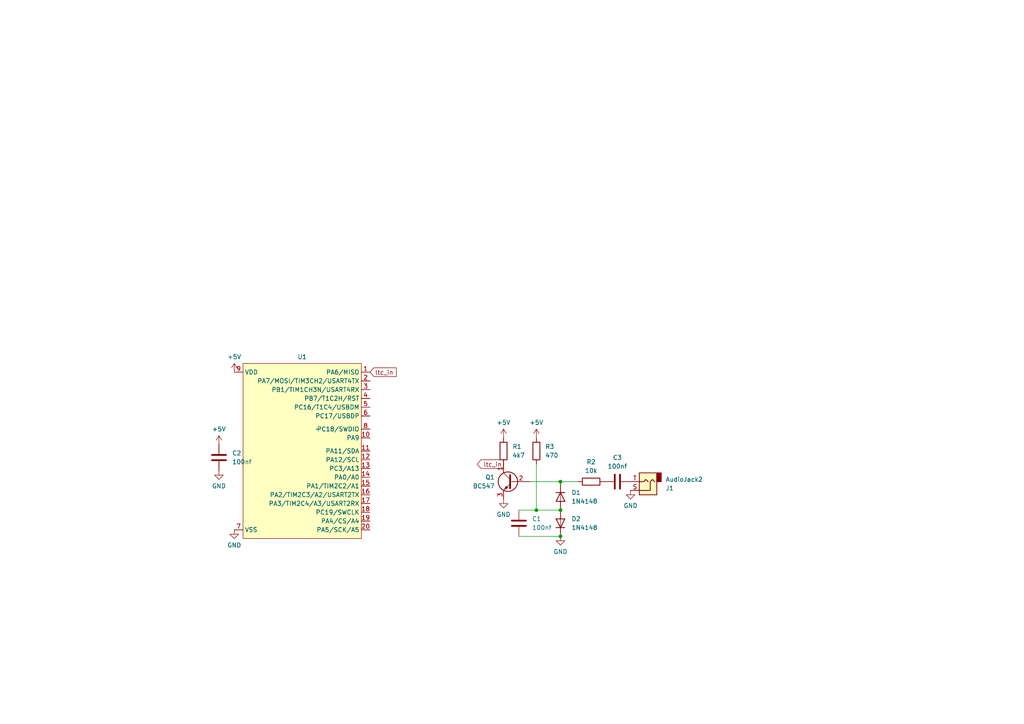
<source format=kicad_sch>
(kicad_sch (version 20230121) (generator eeschema)
  (paper "A4")
  (lib_symbols
    (symbol "CH32X03*:CH32X033F8P6"
      (property "Reference" "U" (at 0 -1.27 0))
      (symbol "CH32X033F8P6_1_1"
        (rectangle (start -15.24 21.59) (end 19.05 -29.21) (fill (type background)))
        (pin bidirectional line (at 21.59 19.05 180) (length 2.54) (name "PA6/MISO") (number "1"))
        (pin bidirectional line (at 21.59 0 180) (length 2.54) (name "PA9") (number "10"))
        (pin bidirectional line (at 21.59 -3.81 180) (length 2.54) (name "PA11/SDA") (number "11"))
        (pin bidirectional line (at 21.59 -6.35 180) (length 2.54) (name "PA12/SCL") (number "12"))
        (pin bidirectional line (at 21.59 -8.89 180) (length 2.54) (name "PC3/A13") (number "13"))
        (pin bidirectional line (at 21.59 -11.43 180) (length 2.54) (name "PA0/A0") (number "14"))
        (pin bidirectional line (at 21.59 -13.97 180) (length 2.54) (name "PA1/TIM2C2/A1") (number "15"))
        (pin bidirectional line (at 21.59 -16.51 180) (length 2.54) (name "PA2/TIM2C3/A2/USART2TX") (number "16"))
        (pin bidirectional line (at 21.59 -19.05 180) (length 2.54) (name "PA3/TIM2C4/A3/USART2RX") (number "17"))
        (pin bidirectional line (at 21.59 -21.59 180) (length 2.54) (name "PC19/SWCLK") (number "18"))
        (pin bidirectional line (at 21.59 -24.13 180) (length 2.54) (name "PA4/CS/A4") (number "19"))
        (pin bidirectional line (at 21.59 16.51 180) (length 2.54) (name "PA7/MOSI/TIM3CH2/USART4TX") (number "2"))
        (pin bidirectional line (at 21.59 -26.67 180) (length 2.54) (name "PA5/SCK/A5") (number "20"))
        (pin bidirectional line (at 21.59 13.97 180) (length 2.54) (name "PB1/TIM1CH3N/USART4RX") (number "3"))
        (pin bidirectional line (at 21.59 11.43 180) (length 2.54) (name "PB7/T1C2H/RST") (number "4"))
        (pin bidirectional line (at 21.59 8.89 180) (length 2.54) (name "PC16/T1C4/USBDM") (number "5"))
        (pin bidirectional line (at 21.59 6.35 180) (length 2.54) (name "PC17/USBDP") (number "6"))
        (pin power_in line (at -17.78 -26.67 0) (length 2.54) (name "VSS") (number "7"))
        (pin bidirectional line (at 21.59 2.54 180) (length 2.54) (name "PC18/SWDIO") (number "8"))
        (pin power_in line (at -17.78 19.05 0) (length 2.54) (name "VDD") (number "9"))
      )
    )
    (symbol "Connector_Audio:AudioJack2"
      (property "Reference" "J" (at 0 8.89 0))
      (property "Value" "AudioJack2" (at 0 6.35 0))
      (symbol "AudioJack2_0_1"
        (rectangle (start -3.81 0) (end -2.54 -2.54) (stroke (width 0.254)) (fill (type outline)))
        (rectangle (start -2.54 3.81) (end 2.54 -2.54) (stroke (width 0.254)) (fill (type background)))
        (polyline (pts (xy 0 0) (xy 0.635 -0.635) (xy 1.27 0) (xy 2.54 0)) (stroke (width 0.254)))
        (polyline (pts (xy 2.54 2.54) (xy -0.635 2.54) (xy -0.635 0) (xy -1.27 -0.635) (xy -1.905 0)) (stroke (width 0.254)))
      )
      (symbol "AudioJack2_1_1"
        (pin passive line (at 5.08 2.54 180) (length 2.54) (name "~") (number "S"))
        (pin passive line (at 5.08 0 180) (length 2.54) (name "~") (number "T"))
      )
    )
    (symbol "Device:C" (pin_numbers hide) (pin_names (offset 0.254))
      (property "Reference" "C" (at 0.635 2.54 0))
      (property "Value" "C" (at 0.635 -2.54 0))
      (symbol "C_0_1"
        (polyline (pts (xy -2.032 -0.762) (xy 2.032 -0.762)) (stroke (width 0.508)))
        (polyline (pts (xy -2.032 0.762) (xy 2.032 0.762)) (stroke (width 0.508)))
      )
      (symbol "C_1_1"
        (pin passive line (at 0 3.81 270) (length 2.794) (name "~") (number "1"))
        (pin passive line (at 0 -3.81 90) (length 2.794) (name "~") (number "2"))
      )
    )
    (symbol "Device:R" (pin_numbers hide) (pin_names (offset 0))
      (property "Reference" "R" (at 2.032 0 90))
      (property "Value" "R" (at 0 0 90))
      (symbol "R_0_1"
        (rectangle (start -1.016 -2.54) (end 1.016 2.54) (stroke (width 0.254)))
      )
      (symbol "R_1_1"
        (pin passive line (at 0 3.81 270) (length 1.27) (name "~") (number "1"))
        (pin passive line (at 0 -3.81 90) (length 1.27) (name "~") (number "2"))
      )
    )
    (symbol "Diode:1N4148" (pin_numbers hide) (pin_names hide)
      (property "Reference" "D" (at 0 2.54 0))
      (property "Value" "1N4148" (at 0 -2.54 0))
      (symbol "1N4148_0_1"
        (polyline (pts (xy -1.27 1.27) (xy -1.27 -1.27)) (stroke (width 0.254)))
        (polyline (pts (xy 1.27 0) (xy -1.27 0)))
        (polyline (pts (xy 1.27 1.27) (xy 1.27 -1.27) (xy -1.27 0) (xy 1.27 1.27)) (stroke (width 0.254)))
      )
      (symbol "1N4148_1_1"
        (pin passive line (at -3.81 0 0) (length 2.54) (name "K") (number "1"))
        (pin passive line (at 3.81 0 180) (length 2.54) (name "A") (number "2"))
      )
    )
    (symbol "Transistor_BJT:BC547" (pin_names (offset 0) hide)
      (property "Reference" "Q" (at 5.08 1.905 0))
      (property "Value" "BC547" (at 5.08 0 0))
      (symbol "BC547_0_1"
        (polyline (pts (xy 0 0) (xy 0.635 0)))
        (polyline (pts (xy 0.635 0.635) (xy 2.54 2.54)))
        (polyline (pts (xy 0.635 -0.635) (xy 2.54 -2.54) (xy 2.54 -2.54)))
        (polyline (pts (xy 0.635 1.905) (xy 0.635 -1.905) (xy 0.635 -1.905)) (stroke (width 0.508)))
        (polyline (pts (xy 1.27 -1.778) (xy 1.778 -1.27) (xy 2.286 -2.286) (xy 1.27 -1.778) (xy 1.27 -1.778)) (fill (type outline)))
        (circle (center 1.27 0) (radius 2.8194) (stroke (width 0.254)))
      )
      (symbol "BC547_1_1"
        (pin passive line (at 2.54 5.08 270) (length 2.54) (name "C") (number "1"))
        (pin input line (at -5.08 0 0) (length 5.08) (name "B") (number "2"))
        (pin passive line (at 2.54 -5.08 90) (length 2.54) (name "E") (number "3"))
      )
    )
    (symbol "power:+5V" (power) (pin_names (offset 0))
      (property "Value" "+5V" (at 0 3.556 0))
      (symbol "+5V_0_1"
        (polyline (pts (xy -0.762 1.27) (xy 0 2.54)))
        (polyline (pts (xy 0 0) (xy 0 2.54)))
        (polyline (pts (xy 0 2.54) (xy 0.762 1.27)))
      )
      (symbol "+5V_1_1"
        (pin power_in line (at 0 0 90) (length 0) hide (name "+5V") (number "1"))
      )
    )
    (symbol "power:GND" (power) (pin_names (offset 0))
      (property "Value" "GND" (at 0 -3.81 0))
      (symbol "GND_0_1"
        (polyline (pts (xy 0 0) (xy 0 -1.27) (xy 1.27 -1.27) (xy 0 -2.54) (xy -1.27 -1.27) (xy 0 -1.27)))
      )
      (symbol "GND_1_1"
        (pin power_in line (at 0 0 270) (length 0) hide (name "GND") (number "1"))
      )
    )
  )
  (junction (at 162.56 155.575))
  (junction (at 162.56 139.7))
  (junction (at 155.575 147.955))
  (junction (at 162.56 147.955))
  (wire (pts (xy 150.495 155.575) (xy 162.56 155.575)))
  (wire (pts (xy 155.575 147.955) (xy 162.56 147.955)))
  (wire (pts (xy 162.56 139.7) (xy 162.56 140.335)))
  (wire (pts (xy 155.575 134.62) (xy 155.575 147.955)))
  (wire (pts (xy 150.495 147.955) (xy 155.575 147.955)))
  (wire (pts (xy 153.67 139.7) (xy 162.56 139.7)))
  (wire (pts (xy 162.56 139.7) (xy 167.64 139.7)))
  (global_label "ltc_in" (shape input) (at 107.315 107.95 0) (property "Intersheetrefs" "${INTERSHEET_REFS}" (effects hide)))
  (global_label "ltc_in" (shape output) (at 146.05 134.62 180) (property "Intersheetrefs" "${INTERSHEET_REFS}" (effects hide)))
  (symbol (lib_id "CH32X03*:CH32X033F8P6") (at 85.725 127 0) (unit 1)
    (property "Reference" "U1" (at 87.63 103.505 0))
    (property "Value" "~" (at 92.075 124.46 0))
  )
  (symbol (lib_id "Device:C") (at 150.495 151.765 0) (unit 1)
    (property "Reference" "C1" (at 154.305 150.495 0) (effects (justify left)))
    (property "Value" "100nf" (at 154.305 153.035 0) (effects (justify left)))
  )
  (symbol (lib_id "Device:C") (at 63.5 132.715 0) (unit 1)
    (property "Reference" "C2" (at 67.31 131.445 0) (effects (justify left)))
    (property "Value" "100nf" (at 67.31 133.985 0) (effects (justify left)))
  )
  (symbol (lib_id "Diode:1N4148") (at 162.56 151.765 90) (unit 1)
    (property "Reference" "D2" (at 165.735 150.495 90) (effects (justify right)))
    (property "Value" "1N4148" (at 165.735 153.035 90) (effects (justify right)))
    (property "Footprint" "Diode_THT:D_DO-35_SOD27_P7.62mm_Horizontal" (effects hide))
    (property "Datasheet" "https://assets.nexperia.com/documents/data-sheet/1N4148_1N4448.pdf" (effects hide))
    (property "Sim.Device" "D" (effects hide))
    (property "Sim.Pins" "1=K 2=A" (effects hide))
  )
  (symbol (lib_id "Connector_Audio:AudioJack2") (at 187.96 139.7 180) (unit 1)
    (property "Reference" "J1" (at 193.04 141.605 0) (effects (justify right)))
    (property "Value" "AudioJack2" (at 193.04 139.065 0) (effects (justify right)))
  )
  (symbol (lib_id "power:GND") (at 67.945 153.67 0) (unit 1)
    (property "Reference" "#PWR01" (effects hide))
    (property "Value" "GND" (at 67.945 158.115 0))
  )
  (symbol (lib_id "power:GND") (at 162.56 155.575 0) (unit 1)
    (property "Reference" "#PWR07" (effects hide))
    (property "Value" "GND" (at 162.56 160.02 0))
  )
  (symbol (lib_id "power:+5V") (at 67.945 107.95 0) (unit 1)
    (property "Reference" "#PWR02" (effects hide))
    (property "Value" "+5V" (at 67.945 103.505 0))
  )
  (symbol (lib_id "power:+5V") (at 155.575 127 0) (unit 1)
    (property "Reference" "#PWR09" (effects hide))
    (property "Value" "+5V" (at 155.575 122.555 0))
  )
  (symbol (lib_id "Device:R") (at 155.575 130.81 0) (unit 1)
    (property "Reference" "R3" (at 158.115 129.54 0) (effects (justify left)))
    (property "Value" "470" (at 158.115 132.08 0) (effects (justify left)))
  )
  (symbol (lib_id "power:+5V") (at 146.05 127 0) (unit 1)
    (property "Reference" "#PWR03" (effects hide))
    (property "Value" "+5V" (at 146.05 122.555 0))
  )
  (symbol (lib_id "power:GND") (at 63.5 136.525 0) (unit 1)
    (property "Reference" "#PWR05" (effects hide))
    (property "Value" "GND" (at 63.5 140.97 0))
  )
  (symbol (lib_id "Diode:1N4148") (at 162.56 144.145 270) (unit 1)
    (property "Reference" "D1" (at 165.735 142.875 90) (effects (justify left)))
    (property "Value" "1N4148" (at 165.735 145.415 90) (effects (justify left)))
    (property "Footprint" "Diode_THT:D_DO-35_SOD27_P7.62mm_Horizontal" (effects hide))
    (property "Datasheet" "https://assets.nexperia.com/documents/data-sheet/1N4148_1N4448.pdf" (effects hide))
    (property "Sim.Device" "D" (effects hide))
    (property "Sim.Pins" "1=K 2=A" (effects hide))
  )
  (symbol (lib_id "power:GND") (at 146.05 144.78 0) (unit 1)
    (property "Reference" "#PWR04" (effects hide))
    (property "Value" "GND" (at 146.05 149.225 0))
  )
  (symbol (lib_id "Device:C") (at 179.07 139.7 90) (unit 1)
    (property "Reference" "C3" (at 179.07 132.715 90))
    (property "Value" "100nf" (at 179.07 135.255 90))
  )
  (symbol (lib_id "Device:R") (at 171.45 139.7 90) (unit 1)
    (property "Reference" "R2" (at 171.45 133.985 90))
    (property "Value" "10k" (at 171.45 136.525 90))
  )
  (symbol (lib_id "Device:R") (at 146.05 130.81 0) (unit 1)
    (property "Reference" "R1" (at 148.59 129.54 0) (effects (justify left)))
    (property "Value" "4k7" (at 148.59 132.08 0) (effects (justify left)))
  )
  (symbol (lib_id "power:+5V") (at 63.5 128.905 0) (unit 1)
    (property "Reference" "#PWR06" (effects hide))
    (property "Value" "+5V" (at 63.5 124.46 0))
  )
  (symbol (lib_id "Transistor_BJT:BC547") (at 148.59 139.7 0) (mirror y) (unit 1)
    (property "Reference" "Q1" (at 143.51 138.43 0) (effects (justify left)))
    (property "Value" "BC547" (at 143.51 140.97 0) (effects (justify left)))
    (property "Footprint" "Package_TO_SOT_THT:TO-92_Inline" (effects hide))
    (property "Datasheet" "https://www.onsemi.com/pub/Collateral/BC550-D.pdf" (effects hide))
  )
  (symbol (lib_id "power:GND") (at 182.88 142.24 0) (unit 1)
    (property "Reference" "#PWR08" (effects hide))
    (property "Value" "GND" (at 182.88 146.685 0))
  )
)
</source>
